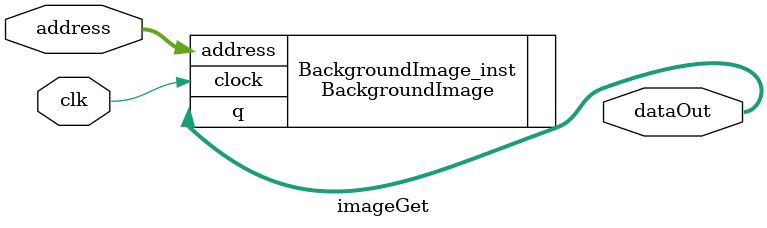
<source format=v>


module background
	(
		ySign,							// 0(+) 1(-)
		iY,								//	y value from shift registers
		clk,						//	On Board 50 MHz
		KEY,								//	Push Button[1:0]
		VGA_CLK,   						//	VGA Clock
		VGA_HS,							//	VGA H_SYNC
		VGA_VS,							//	VGA V_SYNC
		VGA_BLANK,						//	VGA BLANK
		VGA_SYNC,						//	VGA SYNC
		VGA_R,   						//	VGA Red[9:0]
		VGA_G,	 						//	VGA Green[9:0]
		VGA_B,							//	VGA Blue[9:0]
		oX									//	x position on the screen
	);
	
	input		ySign;					// 0(+) 1(-)
	input		[32:0] iY;				//	y value from shift registers
	input		clk;				//	50 MHz
	input		[1:0] KEY;				//	Button[1:0]
	output	VGA_CLK;   				//	VGA Clock
	output	VGA_HS;					//	VGA H_SYNC
	output	VGA_VS;					//	VGA V_SYNC
	output	VGA_BLANK;				//	VGA BLANK
	output	VGA_SYNC;				//	VGA SYNC
	output	[9:0] VGA_R;   		//	VGA Red[9:0]
	output	[9:0] VGA_G;	 		//	VGA Green[9:0]
	output	[9:0] VGA_B;   		//	VGA Blue[9:0]
	output	[7:0] oX;				//	x position on the screen

	
	wire resetn, plot;
	wire [2:0] color;
	wire [7:0] x;
	wire [6:0] y;
   //wire [31:0] dataIn [0:159]; //Data read from the input waveform 

 	assign resetn = KEY[0];
	//assign oX = x;

	// Define the number of colours as well as the initial background
	// image file (.MIF) for the controller.
	vga_adapter VGA(
			.resetn(resetn),
			.clock(clk),
			.colour(color),
			.x(x),
			.y(y),
			.plot(plot),
			/* Signals for the DAC to drive the monitor. */
			.VGA_R(VGA_R),
			.VGA_G(VGA_G),
			.VGA_B(VGA_B),
			.VGA_HS(VGA_HS),
			.VGA_VS(VGA_VS),
			.VGA_BLANK(VGA_BLANK),
			.VGA_SYNC(VGA_SYNC),
			.clock_25(VGA_CLK));
		defparam VGA.RESOLUTION = "160x120";
		defparam VGA.MONOCHROME = "FALSE";
		defparam VGA.BITS_PER_COLOUR_CHANNEL = 1;
		defparam VGA.BACKGROUND_IMAGE = "display.mif";
		
		DO_Controller FSM (clk, ~KEY[1], color, x, y, iY, ySign, plot, oX);//, LEDG[1:0], LEDR[7:0], LEDR[17:11], SW[7:0]);
		
endmodule

module DO_Controller (clock, isPaused, oColour, oX, oY, iY, ySign, plot, iX);//, led, ledX, ledY, ySwitch);
input clock, isPaused, ySign;
input [32:0] iY;
input [7:0] iX;
//input [31:0] dataPlot [0:159];
output reg [2:0] oColour;
output reg [7:0] oX;
output reg [6:0] oY;
output reg plot;

parameter idle = 2'b00, clearDisplay = 2'b01, displayGraph = 2'b10, pauseGraph = 3'b11; //States
parameter maxWidth = 160, maxHeight = 120;

reg isCleared = 1'b0; //determines whether the graph is cleared and only the background is left
reg isGraphed = 1'b0; //determines whether one instance of the waveform has been plotted
reg[2:0] curState, nextState;
reg [6:0] prevTempY;

wire [2:0] colorOfPixel;
reg [7:0] tempX = 0;
reg [6:0] tempY = 0;


/////TEST//////////
//input [6:0] ySwitch;
//output [1:0] led;
//output [7:0] ledX;
//output [6:0] ledY;
//assign ledX = oX;
//assign ledY = oY;
//assign led = curState;
///////////////////

////////////////////////////////State Switcher/////////////////////////////////

always @ (*)
begin
	case (curState)
		idle: nextState <= clearDisplay;
		
		clearDisplay: if (isCleared == 'b1) nextState <= displayGraph;
						  else nextState <= clearDisplay;
			
		displayGraph: begin
						  if (isPaused == 'b1 && isGraphed == 'b1) nextState <= pauseGraph;
						  else if (isGraphed == 'b1) nextState <= idle;
						  else nextState <= displayGraph;
						  end
						  
		pauseGraph: if (isPaused == 'b0) nextState <= idle;
						else nextState <= pauseGraph;	
						
	   default: nextState <= idle;
	endcase
end

always @(posedge clock) 
begin
	curState <= nextState;
end
///////////////////////////////////////////////////////////////////////////////

imageGet clear(colorOfPixel, tempX + (maxWidth * tempY), clock);


always @ (posedge clock)
begin	
		oX = tempX;
		oY = tempY;
		
	if (curState == idle) //Resets flags
	begin
		tempY = 7'b00000000;
		isCleared <= 'b0;	
	   isGraphed <= 'b0;	
		plot <= 'b1;	
	end 
	
	if (curState == clearDisplay) //Redraws the background image over the current display
	begin			
	   oColour = colorOfPixel; //color of current coordinate pixels COLOR from the background image
	
		if (tempY != maxHeight)
			begin
				if (tempX == maxWidth)
				begin
					tempY = tempY + 1;
				end
				else	
					tempX = tempX + 1;
			end
		else
			begin
				isCleared <= 'b1;     
		      tempY = 7'b0000000;  
			end			
	end
	
	else if (curState == displayGraph) //Draws graph
	begin
		oColour = 'b100; //RED
		tempX <= iX;
		
		if (ySign == 0)
			tempY <= 60-iY;
		else
			tempY <= 60+iY;

			if (tempX != maxWidth-1)
				isGraphed <= 'b0;				
			else
				isGraphed <= 'b1; 
		
	end
	
	else if (curState == pauseGraph)//Pauses full graph so user can see the waveform
	begin
	plot <= 'b0;	
	end
end
endmodule


//Get The Color from the specific address of the Background Image
module imageGet (dataOut, address, clk);
parameter width = 3;
parameter page = 16;

input clk;
input [page - 1: 0] address;
output [width - 1 : 0] dataOut;

BackgroundImage	BackgroundImage_inst (
	.address ( address ),
	.clock ( clk ),
	.q ( dataOut )
	);
	
endmodule

</source>
